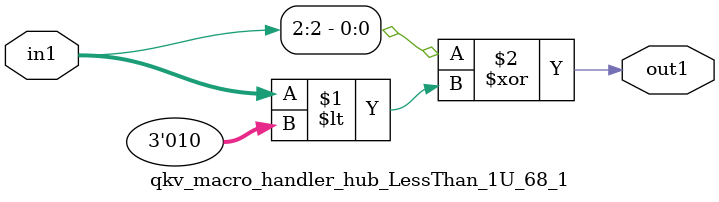
<source format=v>

`timescale 1ps / 1ps


module qkv_macro_handler_hub_LessThan_1U_68_1( in1, out1 );

    input [2:0] in1;
    output out1;

    
    // rtl_process:qkv_macro_handler_hub_LessThan_1U_68_1/qkv_macro_handler_hub_LessThan_1U_68_1_thread_1
    assign out1 = (in1[2] ^ in1 < 3'd2);

endmodule





</source>
